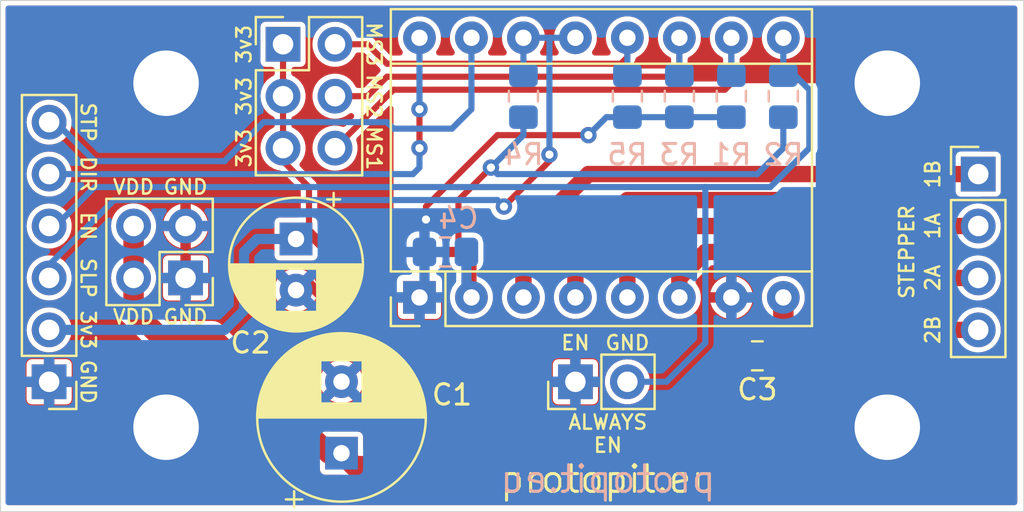
<source format=kicad_pcb>
(kicad_pcb (version 20200119) (host pcbnew "(5.99.0-1283-g5405c09b8)")
  (layers (0 "F.Cu" signal) (31 "B.Cu" signal) (34 "B.Paste" user) (35 "F.Paste" user) (36 "B.SilkS" user) (37 "F.SilkS" user) (38 "B.Mask" user) (39 "F.Mask" user) (44 "Edge.Cuts" user))
  (net 0 "")
  (net 1 "/DIR")
  (net 2 "VDD")
  (net 3 "/STEP")
  (net 4 "GND")
  (net 5 "/SLEEP")
  (net 6 "Net-(A1-Pad6)")
  (net 7 "Net-(A1-Pad5)")
  (net 8 "Net-(A1-Pad12)")
  (net 9 "Net-(A1-Pad4)")
  (net 10 "Net-(A1-Pad11)")
  (net 11 "Net-(A1-Pad3)")
  (net 12 "Net-(A1-Pad10)")
  (net 13 "+3V3")
  (net 14 "/ENABLE")
  (module "Connector_PinHeader_2.54mm:PinHeader_1x06_P2.54mm_Vertical" (layer "F.Cu") (at 60.96 103.1875 180)
    (fp_text reference "J2" hide)
    (fp_text value "In")
    (pad "6" thru_hole oval (at 0 12.7 180) (size 1.7 1.7) (drill 1) (layers *.Cu *.Mask) (net 3 "/STEP"))
    (pad "5" thru_hole oval (at 0 10.16 180) (size 1.7 1.7) (drill 1) (layers *.Cu *.Mask) (net 1 "/DIR"))
    (pad "4" thru_hole oval (at 0 7.62 180) (size 1.7 1.7) (drill 1) (layers *.Cu *.Mask) (net 14 "/ENABLE"))
    (pad "3" thru_hole oval (at 0 5.08 180) (size 1.7 1.7) (drill 1) (layers *.Cu *.Mask) (net 5 "/SLEEP"))
    (pad "2" thru_hole oval (at 0 2.54 180) (size 1.7 1.7) (drill 1) (layers *.Cu *.Mask) (net 13 "+3V3"))
    (pad "1" thru_hole rect (at 0 0 180) (size 1.7 1.7) (drill 1) (layers *.Cu *.Mask) (net 4 "GND"))
  )
  (module "MountingHole:MountingHole_3.2mm_M3_Pad" (layer "F.Cu") (at 66.675 88.5825)
    (fp_text reference "REF**" hide)
    (fp_text value "MountingHole_3.2mm_M3_Pad" hide)
    (pad "1" thru_hole circle (at 0 0) (size 6.4 6.4) (drill 3.2) (layers *.Cu *.Mask) (net 4 "GND"))
  )
  (module "Module:Pololu_Breakout-16_15.2x20.3mm" (layer "F.Cu") (at 79.0575 99.06 90)
    (fp_text reference "A1" hide)
    (fp_text value "Pololu_Breakout_A4988")
    (pad "16" thru_hole oval (at 12.7 0 90) (size 1.6 1.6) (drill 0.8) (layers *.Cu *.Mask) (net 1 "/DIR"))
    (pad "8" thru_hole oval (at 0 17.78 90) (size 1.6 1.6) (drill 0.8) (layers *.Cu *.Mask) (net 2 "VDD"))
    (pad "15" thru_hole oval (at 12.7 2.54 90) (size 1.6 1.6) (drill 0.8) (layers *.Cu *.Mask) (net 3 "/STEP"))
    (pad "7" thru_hole oval (at 0 15.24 90) (size 1.6 1.6) (drill 0.8) (layers *.Cu *.Mask) (net 4 "GND"))
    (pad "14" thru_hole oval (at 12.7 5.08 90) (size 1.6 1.6) (drill 0.8) (layers *.Cu *.Mask) (net 5 "/SLEEP"))
    (pad "6" thru_hole oval (at 0 12.7 90) (size 1.6 1.6) (drill 0.8) (layers *.Cu *.Mask) (net 6 "Net-(A1-Pad6)"))
    (pad "13" thru_hole oval (at 12.7 7.62 90) (size 1.6 1.6) (drill 0.8) (layers *.Cu *.Mask) (net 5 "/SLEEP"))
    (pad "5" thru_hole oval (at 0 10.16 90) (size 1.6 1.6) (drill 0.8) (layers *.Cu *.Mask) (net 7 "Net-(A1-Pad5)"))
    (pad "12" thru_hole oval (at 12.7 10.16 90) (size 1.6 1.6) (drill 0.8) (layers *.Cu *.Mask) (net 8 "Net-(A1-Pad12)"))
    (pad "4" thru_hole oval (at 0 7.62 90) (size 1.6 1.6) (drill 0.8) (layers *.Cu *.Mask) (net 9 "Net-(A1-Pad4)"))
    (pad "11" thru_hole oval (at 12.7 12.7 90) (size 1.6 1.6) (drill 0.8) (layers *.Cu *.Mask) (net 10 "Net-(A1-Pad11)"))
    (pad "3" thru_hole oval (at 0 5.08 90) (size 1.6 1.6) (drill 0.8) (layers *.Cu *.Mask) (net 11 "Net-(A1-Pad3)"))
    (pad "10" thru_hole oval (at 12.7 15.24 90) (size 1.6 1.6) (drill 0.8) (layers *.Cu *.Mask) (net 12 "Net-(A1-Pad10)"))
    (pad "2" thru_hole oval (at 0 2.54 90) (size 1.6 1.6) (drill 0.8) (layers *.Cu *.Mask) (net 13 "+3V3"))
    (pad "9" thru_hole oval (at 12.7 17.78 90) (size 1.6 1.6) (drill 0.8) (layers *.Cu *.Mask) (net 14 "/ENABLE"))
    (pad "1" thru_hole rect (at 0 0 90) (size 1.6 1.6) (drill 0.8) (layers *.Cu *.Mask) (net 4 "GND"))
  )
  (module "MountingHole:MountingHole_3.2mm_M3_Pad" (layer "F.Cu") (at 66.675 105.41)
    (fp_text reference "REF**" hide)
    (fp_text value "MountingHole_3.2mm_M3_Pad" hide)
    (pad "1" thru_hole circle (at 0 0) (size 6.4 6.4) (drill 3.2) (layers *.Cu *.Mask) (net 4 "GND"))
  )
  (module "MountingHole:MountingHole_3.2mm_M3_Pad" (layer "F.Cu") (at 101.9175 105.41)
    (fp_text reference "REF**" hide)
    (fp_text value "MountingHole_3.2mm_M3_Pad" hide)
    (pad "1" thru_hole circle (at 0 0) (size 6.4 6.4) (drill 3.2) (layers *.Cu *.Mask) (net 4 "GND"))
  )
  (module "MountingHole:MountingHole_3.2mm_M3_Pad" (layer "F.Cu") (at 101.9175 88.5825)
    (fp_text reference "REF**" hide)
    (fp_text value "MountingHole_3.2mm_M3_Pad" hide)
    (pad "1" thru_hole circle (at 0 0) (size 6.4 6.4) (drill 3.2) (layers *.Cu *.Mask) (net 4 "GND"))
  )
  (module "Connector_PinHeader_2.54mm:PinHeader_2x02_P2.54mm_Vertical" (layer "F.Cu") (at 67.6275 98.1075 180)
    (fp_text reference "J1" hide)
    (fp_text value "VDD_IN")
    (pad "4" thru_hole oval (at 2.54 2.54 180) (size 1.7 1.7) (drill 1) (layers *.Cu *.Mask) (net 2 "VDD"))
    (pad "3" thru_hole oval (at 0 2.54 180) (size 1.7 1.7) (drill 1) (layers *.Cu *.Mask) (net 4 "GND"))
    (pad "2" thru_hole oval (at 2.54 0 180) (size 1.7 1.7) (drill 1) (layers *.Cu *.Mask) (net 2 "VDD"))
    (pad "1" thru_hole rect (at 0 0 180) (size 1.7 1.7) (drill 1) (layers *.Cu *.Mask) (net 4 "GND"))
  )
  (module "Resistor_SMD:R_0805_2012Metric_Pad1.15x1.40mm_HandSolder" (layer "B.Cu") (at 89.2175 89.2175 -90)
    (fp_text reference "R5" (at 2.8575 0 180) (layer "B.SilkS") (effects (justify mirror)))
    (fp_text value "10k")
    (pad "2" smd roundrect (at 1.025 0 270) (size 1.15 1.4) (layers "B.Cu" "B.Paste" "B.Mask") (roundrect_rratio 0.217391) (net 4 "GND"))
    (pad "1" smd roundrect (at -1.025 0 270) (size 1.15 1.4) (layers "B.Cu" "B.Paste" "B.Mask") (roundrect_rratio 0.217391) (net 8 "Net-(A1-Pad12)"))
  )
  (module "Resistor_SMD:R_0805_2012Metric_Pad1.15x1.40mm_HandSolder" (layer "B.Cu") (at 84.1375 89.2175 90)
    (fp_text reference "R4" (at -2.8575 0 180) (layer "B.SilkS") (effects (justify mirror)))
    (fp_text value "10k")
    (pad "2" smd roundrect (at 1.025 0 90) (size 1.15 1.4) (layers "B.Cu" "B.Paste" "B.Mask") (roundrect_rratio 0.217391) (net 5 "/SLEEP"))
    (pad "1" smd roundrect (at -1.025 0 90) (size 1.15 1.4) (layers "B.Cu" "B.Paste" "B.Mask") (roundrect_rratio 0.217391) (net 13 "+3V3"))
  )
  (module "Resistor_SMD:R_0805_2012Metric_Pad1.15x1.40mm_HandSolder" (layer "B.Cu") (at 91.7575 89.2175 -90)
    (fp_text reference "R3" (at 2.8575 0) (layer "B.SilkS") (effects (justify mirror)))
    (fp_text value "10k")
    (pad "2" smd roundrect (at 1.025 0 270) (size 1.15 1.4) (layers "B.Cu" "B.Paste" "B.Mask") (roundrect_rratio 0.217391) (net 4 "GND"))
    (pad "1" smd roundrect (at -1.025 0 270) (size 1.15 1.4) (layers "B.Cu" "B.Paste" "B.Mask") (roundrect_rratio 0.217391) (net 10 "Net-(A1-Pad11)"))
  )
  (module "Resistor_SMD:R_0805_2012Metric_Pad1.15x1.40mm_HandSolder" (layer "B.Cu") (at 96.8375 89.2175 90)
    (fp_text reference "R2" (at -2.8575 0) (layer "B.SilkS") (effects (justify mirror)))
    (fp_text value "10k")
    (pad "2" smd roundrect (at 1.025 0 90) (size 1.15 1.4) (layers "B.Cu" "B.Paste" "B.Mask") (roundrect_rratio 0.217391) (net 14 "/ENABLE"))
    (pad "1" smd roundrect (at -1.025 0 90) (size 1.15 1.4) (layers "B.Cu" "B.Paste" "B.Mask") (roundrect_rratio 0.217391) (net 13 "+3V3"))
  )
  (module "Resistor_SMD:R_0805_2012Metric_Pad1.15x1.40mm_HandSolder" (layer "B.Cu") (at 94.2975 89.2175 -90)
    (fp_text reference "R1" (at 2.8575 0 180) (layer "B.SilkS") (effects (justify mirror)))
    (fp_text value "10k")
    (pad "2" smd roundrect (at 1.025 0 270) (size 1.15 1.4) (layers "B.Cu" "B.Paste" "B.Mask") (roundrect_rratio 0.217391) (net 4 "GND"))
    (pad "1" smd roundrect (at -1.025 0 270) (size 1.15 1.4) (layers "B.Cu" "B.Paste" "B.Mask") (roundrect_rratio 0.217391) (net 12 "Net-(A1-Pad10)"))
  )
  (module "Connector_PinHeader_2.54mm:PinHeader_1x02_P2.54mm_Vertical" (layer "F.Cu") (at 86.6775 103.1875 90)
    (fp_text reference "JP1" hide)
    (fp_text value "EN_ALWAYS")
    (pad "2" thru_hole oval (at 0 2.54 90) (size 1.7 1.7) (drill 1) (layers *.Cu *.Mask) (net 14 "/ENABLE"))
    (pad "1" thru_hole rect (at 0 0 90) (size 1.7 1.7) (drill 1) (layers *.Cu *.Mask) (net 4 "GND"))
  )
  (module "Connector_PinHeader_2.54mm:PinHeader_1x04_P2.54mm_Vertical" (layer "F.Cu") (at 106.3625 93.0275)
    (fp_text reference "J4" hide)
    (fp_text value "Stepper")
    (pad "4" thru_hole oval (at 0 7.62) (size 1.7 1.7) (drill 1) (layers *.Cu *.Mask) (net 6 "Net-(A1-Pad6)"))
    (pad "3" thru_hole oval (at 0 5.08) (size 1.7 1.7) (drill 1) (layers *.Cu *.Mask) (net 7 "Net-(A1-Pad5)"))
    (pad "2" thru_hole oval (at 0 2.54) (size 1.7 1.7) (drill 1) (layers *.Cu *.Mask) (net 9 "Net-(A1-Pad4)"))
    (pad "1" thru_hole rect (at 0 0) (size 1.7 1.7) (drill 1) (layers *.Cu *.Mask) (net 11 "Net-(A1-Pad3)"))
  )
  (module "Connector_PinHeader_2.54mm:PinHeader_2x03_P2.54mm_Vertical" (layer "F.Cu") (at 72.39 86.6775)
    (fp_text reference "J3" hide)
    (fp_text value "Jumpers")
    (pad "6" thru_hole oval (at 2.54 5.08) (size 1.7 1.7) (drill 1) (layers *.Cu *.Mask) (net 12 "Net-(A1-Pad10)"))
    (pad "5" thru_hole oval (at 0 5.08) (size 1.7 1.7) (drill 1) (layers *.Cu *.Mask) (net 13 "+3V3"))
    (pad "4" thru_hole oval (at 2.54 2.54) (size 1.7 1.7) (drill 1) (layers *.Cu *.Mask) (net 10 "Net-(A1-Pad11)"))
    (pad "3" thru_hole oval (at 0 2.54) (size 1.7 1.7) (drill 1) (layers *.Cu *.Mask) (net 13 "+3V3"))
    (pad "2" thru_hole oval (at 2.54 0) (size 1.7 1.7) (drill 1) (layers *.Cu *.Mask) (net 8 "Net-(A1-Pad12)"))
    (pad "1" thru_hole rect (at 0 0) (size 1.7 1.7) (drill 1) (layers *.Cu *.Mask) (net 13 "+3V3"))
  )
  (module "Capacitor_SMD:C_0805_2012Metric_Pad1.15x1.40mm_HandSolder" (layer "B.Cu") (at 80.3275 96.8375 180)
    (fp_text reference "C4" (at -0.635 1.65) (layer "B.SilkS") (effects (justify mirror)))
    (fp_text value "C")
    (pad "2" smd roundrect (at 1.025 0 180) (size 1.15 1.4) (layers "B.Cu" "B.Paste" "B.Mask") (roundrect_rratio 0.217391) (net 4 "GND"))
    (pad "1" smd roundrect (at -1.025 0 180) (size 1.15 1.4) (layers "B.Cu" "B.Paste" "B.Mask") (roundrect_rratio 0.217391) (net 13 "+3V3"))
  )
  (module "Capacitor_SMD:C_0805_2012Metric_Pad1.15x1.40mm_HandSolder" (layer "F.Cu") (at 95.5675 101.9175 180)
    (fp_text reference "C3" (at 0 -1.65) (layer "F.SilkS"))
    (fp_text value "C")
    (pad "2" smd roundrect (at 1.025 0 180) (size 1.15 1.4) (layers "F.Cu" "F.Paste" "F.Mask") (roundrect_rratio 0.217391) (net 4 "GND"))
    (pad "1" smd roundrect (at -1.025 0 180) (size 1.15 1.4) (layers "F.Cu" "F.Paste" "F.Mask") (roundrect_rratio 0.217391) (net 2 "VDD"))
  )
  (module "Capacitor_THT:CP_Radial_D6.3mm_P2.50mm" (layer "F.Cu") (at 73.025 96.2025 -90)
    (fp_text reference "C2" (at 5.08 2.2225 180) (layer "F.SilkS"))
    (fp_text value "CP1")
    (pad "2" thru_hole circle (at 2.5 0 270) (size 1.6 1.6) (drill 0.8) (layers *.Cu *.Mask) (net 4 "GND"))
    (pad "1" thru_hole rect (at 0 0 270) (size 1.6 1.6) (drill 0.8) (layers *.Cu *.Mask) (net 13 "+3V3"))
  )
  (module "Capacitor_THT:CP_Radial_D8.0mm_P3.50mm" (layer "F.Cu") (at 75.2475 106.68 90)
    (fp_text reference "C1" (at 2.8575 5.3975 180) (layer "F.SilkS"))
    (fp_text value "CP1")
    (pad "2" thru_hole circle (at 3.5 0 90) (size 1.6 1.6) (drill 0.8) (layers *.Cu *.Mask) (net 4 "GND"))
    (pad "1" thru_hole rect (at 0 0 90) (size 1.6 1.6) (drill 0.8) (layers *.Cu *.Mask) (net 2 "VDD"))
  )
  (gr_text "protopit.eu" (at 88.265 107.95) (layer "B.SilkS") (effects (font (size 1.3 1.3)) (justify mirror)))
  (gr_text "protopit.eu" (at 88.265 107.95) (layer "F.SilkS") (effects (font (size 1.3 1.3))))
  (gr_text "STEPPER" (at 102.87 96.8375 90) (layer "F.SilkS") (effects (font (size 0.7 0.7) (thickness 0.12))))
  (gr_text "2B" (at 104.14 100.6475 90) (layer "F.SilkS") (effects (font (size 0.7 0.7) (thickness 0.12))))
  (gr_text "2A" (at 104.14 98.1075 90) (layer "F.SilkS") (effects (font (size 0.7 0.7) (thickness 0.12))))
  (gr_text "1A" (at 104.14 95.5675 90) (layer "F.SilkS") (effects (font (size 0.7 0.7) (thickness 0.12))))
  (gr_text "1B" (at 104.14 93.0275 90) (layer "F.SilkS") (effects (font (size 0.7 0.7) (thickness 0.12))))
  (gr_text "3v3" (at 70.485 91.7575 90) (layer "F.SilkS") (effects (font (size 0.7 0.7) (thickness 0.12))))
  (gr_text "3v3" (at 70.485 89.2175 90) (layer "F.SilkS") (effects (font (size 0.7 0.7) (thickness 0.12))))
  (gr_text "3v3" (at 70.485 86.6775 90) (layer "F.SilkS") (effects (font (size 0.7 0.7) (thickness 0.12))))
  (gr_text "EN" (at 86.6775 101.2825) (layer "F.SilkS") (effects (font (size 0.7 0.7) (thickness 0.12))))
  (gr_text "GND" (at 89.2175 101.2825) (layer "F.SilkS") (effects (font (size 0.7 0.7) (thickness 0.12))))
  (gr_text "MS3" (at 76.835 86.6775 270) (layer "F.SilkS") (effects (font (size 0.7 0.7) (thickness 0.12))))
  (gr_text "MS2" (at 76.835 89.2175 270) (layer "F.SilkS") (effects (font (size 0.7 0.7) (thickness 0.12))))
  (gr_text "MS1" (at 76.835 91.7575 270) (layer "F.SilkS") (effects (font (size 0.7 0.7) (thickness 0.12))))
  (gr_text "ALWAYS\nEN" (at 88.265 105.7275) (layer "F.SilkS") (effects (font (size 0.7 0.7) (thickness 0.12))))
  (gr_text "GND" (at 67.6275 100.0125) (layer "F.SilkS") (effects (font (size 0.7 0.7) (thickness 0.12))))
  (gr_text "VDD" (at 65.0875 100.0125) (layer "F.SilkS") (effects (font (size 0.7 0.7) (thickness 0.12))))
  (gr_text "GND" (at 67.6275 93.6625) (layer "F.SilkS") (effects (font (size 0.7 0.7) (thickness 0.12))))
  (gr_text "VDD" (at 65.0875 93.6625) (layer "F.SilkS") (effects (font (size 0.7 0.7) (thickness 0.12))))
  (gr_text "GND" (at 62.865 103.1875 270) (layer "F.SilkS") (effects (font (size 0.7 0.7) (thickness 0.12))))
  (gr_text "3v3" (at 62.865 100.6475 270) (layer "F.SilkS") (effects (font (size 0.7 0.7) (thickness 0.12))))
  (gr_text "SLP" (at 62.865 98.1075 270) (layer "F.SilkS") (effects (font (size 0.7 0.7) (thickness 0.12))))
  (gr_text "EN" (at 62.865 95.5675 270) (layer "F.SilkS") (effects (font (size 0.7 0.7) (thickness 0.12))))
  (gr_text "DIR" (at 62.865 93.0275 270) (layer "F.SilkS") (effects (font (size 0.7 0.7) (thickness 0.12))))
  (gr_text "STP" (at 62.865 90.4875 270) (layer "F.SilkS") (effects (font (size 0.7 0.7) (thickness 0.12))))
  (gr_line (start 108.585 109.5375) (end 58.585 109.5375) (layer "Edge.Cuts") (width 0.05))
  (gr_line (start 108.585 109.5375) (end 108.585 84.5375) (layer "Edge.Cuts") (width 0.05))
  (gr_line (start 58.585 84.5375) (end 108.585 84.5375) (layer "Edge.Cuts") (width 0.05))
  (gr_line (start 58.585 109.5375) (end 58.585 84.5375) (layer "Edge.Cuts") (width 0.05))
  (segment (start 69.5325 100.6475) (end 70.485 99.695) (width 0.5) (layer "B.Cu") (net 13))
  (segment (start 60.96 100.6475) (end 69.5325 100.6475) (width 0.5) (layer "B.Cu") (net 13))
  (segment (start 70.485 99.695) (end 70.485 96.8375) (width 0.5) (layer "B.Cu") (net 13))
  (segment (start 70.485 96.8375) (end 71.12 96.2025) (width 0.5) (layer "B.Cu") (net 13))
  (segment (start 71.12 96.2025) (end 73.025 96.2025) (width 0.5) (layer "B.Cu") (net 13))
  (segment (start 89.2175 87.3125) (end 89.2175 86.36) (width 0.3) (layer "F.Cu") (net 8))
  (segment (start 88.9 87.63) (end 89.2175 87.3125) (width 0.3) (layer "F.Cu") (net 8))
  (segment (start 76.5175 86.6775) (end 77.47 87.63) (width 0.3) (layer "F.Cu") (net 8))
  (segment (start 74.93 86.6775) (end 76.5175 86.6775) (width 0.3) (layer "F.Cu") (net 8))
  (segment (start 77.47 87.63) (end 88.9 87.63) (width 0.3) (layer "F.Cu") (net 8))
  (segment (start 91.7575 87.9475) (end 91.7575 86.36) (width 0.3) (layer "F.Cu") (net 10))
  (segment (start 91.44 88.265) (end 91.7575 87.9475) (width 0.3) (layer "F.Cu") (net 10))
  (segment (start 77.47 88.265) (end 91.44 88.265) (width 0.3) (layer "F.Cu") (net 10))
  (segment (start 74.93 89.2175) (end 76.5175 89.2175) (width 0.3) (layer "F.Cu") (net 10))
  (segment (start 76.5175 89.2175) (end 77.47 88.265) (width 0.3) (layer "F.Cu") (net 10))
  (segment (start 94.2975 88.5825) (end 94.2975 86.36) (width 0.3) (layer "F.Cu") (net 12))
  (segment (start 93.98 88.9) (end 94.2975 88.5825) (width 0.3) (layer "F.Cu") (net 12))
  (segment (start 74.93 91.7575) (end 77.47 89.2175) (width 0.3) (layer "F.Cu") (net 12))
  (segment (start 77.7875 88.9) (end 93.98 88.9) (width 0.3) (layer "F.Cu") (net 12))
  (segment (start 77.47 89.2175) (end 77.7875 88.9) (width 0.3) (layer "F.Cu") (net 12))
  (segment (start 89.2175 86.36) (end 89.2175 88.1925) (width 0.3) (layer "B.Cu") (net 8))
  (segment (start 91.7575 86.36) (end 91.7575 88.1925) (width 0.3) (layer "B.Cu") (net 10))
  (segment (start 94.2975 86.36) (end 94.2975 88.1925) (width 0.3) (layer "B.Cu") (net 12))
  (segment (start 74.93 106.68) (end 75.2475 106.68) (width 1) (layer "F.Cu") (net 2))
  (segment (start 75.2475 106.68) (end 74.6125 106.68) (width 1) (layer "F.Cu") (net 2))
  (segment (start 66.3575 100.965) (end 65.7225 100.33) (width 1) (layer "F.Cu") (net 2))
  (segment (start 68.8975 100.965) (end 66.3575 100.965) (width 1) (layer "F.Cu") (net 2))
  (segment (start 74.6125 106.68) (end 68.8975 100.965) (width 1) (layer "F.Cu") (net 2))
  (segment (start 65.0875 99.695) (end 65.7225 100.33) (width 1) (layer "F.Cu") (net 2))
  (segment (start 65.0875 98.1075) (end 65.0875 99.695) (width 1) (layer "F.Cu") (net 2))
  (segment (start 65.0875 95.5675) (end 65.0875 98.1075) (width 1) (layer "F.Cu") (net 2))
  (segment (start 74.335 99.06) (end 73.66 98.385) (width 0.5) (layer "F.Cu") (net 4))
  (segment (start 79.0575 99.06) (end 74.335 99.06) (width 0.5) (layer "F.Cu") (net 4))
  (segment (start 73.3025 98.385) (end 73.66 98.385) (width 0.5) (layer "F.Cu") (net 4))
  (segment (start 73.66 93.6625) (end 73.66 95.885) (width 0.3) (layer "F.Cu") (net 13))
  (segment (start 72.39 92.3925) (end 73.66 93.6625) (width 0.3) (layer "F.Cu") (net 13))
  (segment (start 72.39 91.7575) (end 72.39 92.3925) (width 0.3) (layer "F.Cu") (net 13))
  (segment (start 72.39 91.7575) (end 72.39 89.2175) (width 0.3) (layer "F.Cu") (net 13))
  (segment (start 72.39 89.2175) (end 72.39 86.6775) (width 0.3) (layer "F.Cu") (net 13))
  (segment (start 79.3025 98.815) (end 79.0575 99.06) (width 0.5) (layer "B.Cu") (net 4))
  (segment (start 79.3025 96.8375) (end 79.3025 98.815) (width 0.5) (layer "B.Cu") (net 4))
  (segment (start 81.3525 98.815) (end 81.5975 99.06) (width 0.5) (layer "B.Cu") (net 13))
  (segment (start 81.3525 96.8375) (end 81.3525 98.815) (width 0.5) (layer "B.Cu") (net 13))
  (segment (start 61.2775 95.5675) (end 63.1825 93.6625) (width 0.3) (layer "B.Cu") (net 14))
  (segment (start 96.2025 93.6625) (end 98.1075 91.7575) (width 0.3) (layer "B.Cu") (net 14))
  (segment (start 60.96 95.5675) (end 61.2775 95.5675) (width 0.3) (layer "B.Cu") (net 14))
  (segment (start 96.8375 88.1925) (end 96.8375 86.36) (width 0.3) (layer "B.Cu") (net 14))
  (segment (start 98.1075 88.9) (end 98.1075 91.7575) (width 0.3) (layer "B.Cu") (net 14))
  (segment (start 97.4 88.1925) (end 98.1075 88.9) (width 0.3) (layer "B.Cu") (net 14))
  (segment (start 96.8375 88.1925) (end 97.4 88.1925) (width 0.3) (layer "B.Cu") (net 14))
  (segment (start 60.96 98.1075) (end 60.96 97.4725) (width 0.3) (layer "B.Cu") (net 5))
  (via (at 83.185 94.615) (size 0.8) (drill 0.4) (layers "F.Cu" "B.Cu") (net 5))
  (segment (start 64.135 94.2975) (end 82.8675 94.2975) (width 0.3) (layer "B.Cu") (net 5))
  (segment (start 82.8675 94.2975) (end 83.185 94.615) (width 0.3) (layer "B.Cu") (net 5))
  (segment (start 60.96 97.4725) (end 64.135 94.2975) (width 0.3) (layer "B.Cu") (net 5))
  (segment (start 85.4075 92.3925) (end 85.4075 92.075) (width 0.3) (layer "F.Cu") (net 5))
  (via (at 85.4075 92.075) (size 0.8) (drill 0.4) (layers "F.Cu" "B.Cu") (net 5))
  (segment (start 83.185 94.615) (end 85.4075 92.3925) (width 0.3) (layer "F.Cu") (net 5))
  (segment (start 86.6775 86.36) (end 84.1375 86.36) (width 0.3) (layer "B.Cu") (net 5))
  (segment (start 85.4075 92.075) (end 85.4075 86.36) (width 0.3) (layer "B.Cu") (net 5))
  (segment (start 84.1375 88.1925) (end 84.1375 86.36) (width 0.3) (layer "B.Cu") (net 5))
  (segment (start 94.2975 90.2425) (end 89.2175 90.2425) (width 0.3) (layer "B.Cu") (net 4))
  (via (at 87.3125 91.1225) (size 0.8) (drill 0.4) (layers "F.Cu" "B.Cu") (net 4))
  (segment (start 88.1925 90.2425) (end 87.3125 91.1225) (width 0.3) (layer "B.Cu") (net 4))
  (segment (start 82.8675 91.1225) (end 79.375 94.615) (width 0.3) (layer "F.Cu") (net 4))
  (segment (start 87.3125 91.1225) (end 82.8675 91.1225) (width 0.3) (layer "F.Cu") (net 4))
  (segment (start 89.2175 90.2425) (end 88.1925 90.2425) (width 0.3) (layer "B.Cu") (net 4))
  (segment (start 81.5975 97.4725) (end 81.5975 99.06) (width 0.5) (layer "F.Cu") (net 13))
  (segment (start 80.9625 96.8375) (end 81.5975 97.4725) (width 0.5) (layer "F.Cu") (net 13))
  (segment (start 73.66 95.885) (end 74.6125 96.8375) (width 0.5) (layer "F.Cu") (net 13))
  (segment (start 74.6125 96.8375) (end 80.9625 96.8375) (width 0.5) (layer "F.Cu") (net 13))
  (segment (start 79.375 95.25) (end 79.375 96.765) (width 0.3) (layer "B.Cu") (net 4))
  (via (at 79.375 95.25) (size 0.8) (drill 0.4) (layers "F.Cu" "B.Cu") (net 4))
  (segment (start 79.375 96.765) (end 79.3025 96.8375) (width 0.3) (layer "B.Cu") (net 4))
  (segment (start 79.375 94.615) (end 79.375 95.25) (width 0.3) (layer "F.Cu") (net 4))
  (segment (start 84.1375 90.2425) (end 83.7475 90.2425) (width 0.3) (layer "B.Cu") (net 13))
  (segment (start 82.55 92.71) (end 80.9625 94.2975) (width 0.3) (layer "F.Cu") (net 13))
  (segment (start 80.9625 94.2975) (end 80.9625 96.8375) (width 0.3) (layer "F.Cu") (net 13))
  (via (at 82.55 92.71) (size 0.8) (drill 0.4) (layers "F.Cu" "B.Cu") (net 13))
  (segment (start 84.1375 91.1225) (end 82.55 92.71) (width 0.3) (layer "B.Cu") (net 13))
  (segment (start 84.1375 90.2425) (end 84.1375 91.1225) (width 0.3) (layer "B.Cu") (net 13))
  (segment (start 95.5675 93.0275) (end 96.8375 91.7575) (width 0.3) (layer "B.Cu") (net 13))
  (segment (start 96.8375 91.7575) (end 96.8375 90.2425) (width 0.3) (layer "B.Cu") (net 13))
  (segment (start 82.55 92.71) (end 82.8675 93.0275) (width 0.3) (layer "B.Cu") (net 13))
  (segment (start 82.8675 93.0275) (end 95.5675 93.0275) (width 0.3) (layer "B.Cu") (net 13))
  (segment (start 96.8375 105.7275) (end 96.8375 99.06) (width 1) (layer "F.Cu") (net 2))
  (segment (start 95.25 107.315) (end 96.8375 105.7275) (width 1) (layer "F.Cu") (net 2))
  (segment (start 75.2475 106.68) (end 75.8825 107.315) (width 1) (layer "F.Cu") (net 2))
  (segment (start 75.8825 107.315) (end 95.25 107.315) (width 1) (layer "F.Cu") (net 2))
  (segment (start 81.915 103.1875) (end 86.6775 103.1875) (width 0.3) (layer "B.Cu") (net 4))
  (segment (start 79.0575 100.33) (end 81.915 103.1875) (width 0.3) (layer "B.Cu") (net 4))
  (segment (start 79.0575 99.06) (end 79.0575 100.33) (width 0.3) (layer "B.Cu") (net 4))
  (segment (start 93.0275 101.2825) (end 93.0275 93.6625) (width 0.3) (layer "B.Cu") (net 14))
  (segment (start 91.1225 103.1875) (end 93.0275 101.2825) (width 0.3) (layer "B.Cu") (net 14))
  (segment (start 93.0275 93.6625) (end 96.2025 93.6625) (width 0.3) (layer "B.Cu") (net 14))
  (segment (start 89.2175 103.1875) (end 91.1225 103.1875) (width 0.3) (layer "B.Cu") (net 14))
  (segment (start 63.1825 93.6625) (end 93.0275 93.6625) (width 0.3) (layer "B.Cu") (net 14))
  (segment (start 81.5975 89.8525) (end 81.5975 86.36) (width 0.3) (layer "B.Cu") (net 3))
  (segment (start 80.9625 90.4875) (end 81.5975 89.8525) (width 0.3) (layer "B.Cu") (net 3))
  (segment (start 61.2775 90.4875) (end 63.1825 92.3925) (width 0.3) (layer "B.Cu") (net 3))
  (segment (start 60.96 90.4875) (end 61.2775 90.4875) (width 0.3) (layer "B.Cu") (net 3))
  (segment (start 69.5325 92.3925) (end 71.4375 90.4875) (width 0.3) (layer "B.Cu") (net 3))
  (segment (start 63.1825 92.3925) (end 69.5325 92.3925) (width 0.3) (layer "B.Cu") (net 3))
  (via (at 79.0575 91.7575) (size 0.8) (drill 0.4) (layers "F.Cu" "B.Cu") (net 1))
  (segment (start 79.0575 91.7575) (end 79.0575 92.71) (width 0.3) (layer "B.Cu") (net 1))
  (segment (start 78.74 93.0275) (end 60.96 93.0275) (width 0.3) (layer "B.Cu") (net 1))
  (segment (start 79.0575 92.71) (end 78.74 93.0275) (width 0.3) (layer "B.Cu") (net 1))
  (segment (start 77.47 90.4875) (end 71.4375 90.4875) (width 0.3) (layer "B.Cu") (net 3))
  (segment (start 77.7875 90.805) (end 77.47 90.4875) (width 0.3) (layer "B.Cu") (net 3))
  (segment (start 80.645 90.805) (end 78.74 90.805) (width 0.3) (layer "B.Cu") (net 3))
  (segment (start 80.9625 90.4875) (end 80.645 90.805) (width 0.3) (layer "B.Cu") (net 3))
  (segment (start 78.74 90.805) (end 77.7875 90.805) (width 0.3) (layer "B.Cu") (net 3))
  (segment (start 79.0575 89.8525) (end 79.0575 86.36) (width 0.3) (layer "B.Cu") (net 1))
  (via (at 79.0575 89.8525) (size 0.8) (drill 0.4) (layers "F.Cu" "B.Cu") (net 1))
  (segment (start 79.0575 91.7575) (end 79.0575 89.8525) (width 0.3) (layer "F.Cu") (net 1))
  (segment (start 87.3125 93.0275) (end 84.1375 96.2025) (width 0.8) (layer "F.Cu") (net 11))
  (segment (start 106.189187 93.0275) (end 87.3125 93.0275) (width 0.8) (layer "F.Cu") (net 11))
  (segment (start 86.6775 96.8375) (end 86.6775 99.06) (width 0.8) (layer "F.Cu") (net 9))
  (segment (start 102.235 94.2975) (end 89.2175 94.2975) (width 0.8) (layer "F.Cu") (net 9))
  (segment (start 103.505 95.5675) (end 102.235 94.2975) (width 0.8) (layer "F.Cu") (net 9))
  (segment (start 89.2175 97.155) (end 89.2175 99.06) (width 0.8) (layer "F.Cu") (net 7))
  (segment (start 90.805 95.5675) (end 89.2175 97.155) (width 0.8) (layer "F.Cu") (net 7))
  (segment (start 100.6475 95.5675) (end 90.805 95.5675) (width 0.8) (layer "F.Cu") (net 7))
  (segment (start 103.505 100.6475) (end 106.189187 100.6475) (width 0.8) (layer "F.Cu") (net 6))
  (segment (start 91.7575 99.06) (end 91.7575 98.1075) (width 0.8) (layer "F.Cu") (net 6))
  (segment (start 91.7575 98.1075) (end 93.0275 96.8375) (width 0.8) (layer "F.Cu") (net 6))
  (segment (start 89.2175 94.2975) (end 86.6775 96.8375) (width 0.8) (layer "F.Cu") (net 9))
  (segment (start 93.0275 96.8375) (end 99.695 96.8375) (width 0.8) (layer "F.Cu") (net 6))
  (segment (start 106.189187 95.5675) (end 103.505 95.5675) (width 0.8) (layer "F.Cu") (net 9))
  (segment (start 99.695 96.8375) (end 103.505 100.6475) (width 0.8) (layer "F.Cu") (net 6))
  (segment (start 84.1375 96.2025) (end 84.1375 99.06) (width 0.8) (layer "F.Cu") (net 11))
  (segment (start 106.189187 98.1075) (end 103.1875 98.1075) (width 0.8) (layer "F.Cu") (net 7))
  (segment (start 103.1875 98.1075) (end 100.6475 95.5675) (width 0.8) (layer "F.Cu") (net 7))
  (zone (net 4) (net_name "GND") (layer "B.Cu") (connect_pads (clearance 0.25)) (min_thickness 0.25) (fill yes (thermal_gap 0.3) (thermal_bridge_width 0.508))
    (polygon (pts (xy 108.2675 109.22) (xy 58.7375 109.22) (xy 58.7375 84.7725) (xy 108.2675 84.7725)))
    (polygon (pts (xy 71.4375 86.36) (xy 71.4375 93.6625) (xy 98.425 93.6625) (xy 98.425 86.36)))
  )
  (zone (net 4) (net_name "GND") (layer "F.Cu") (connect_pads (clearance 0.25)) (min_thickness 0.3) (fill yes (thermal_gap 0.25) (thermal_bridge_width 0.508))
    (polygon (pts (xy 108.2675 109.22) (xy 58.7375 109.22) (xy 58.7375 84.7725) (xy 108.2675 84.7725)))
    (polygon (pts (xy 104.4575 91.7575) (xy 104.4575 101.9175) (xy 106.3625 101.9175) (xy 106.3625 91.7575)))
    (polygon (pts (xy 77.7875 88.5825) (xy 77.7875 99.06) (xy 91.7575 99.06) (xy 91.7575 97.155) (xy 101.9175 97.155) (xy 101.9175 88.5825)))
  )
)
</source>
